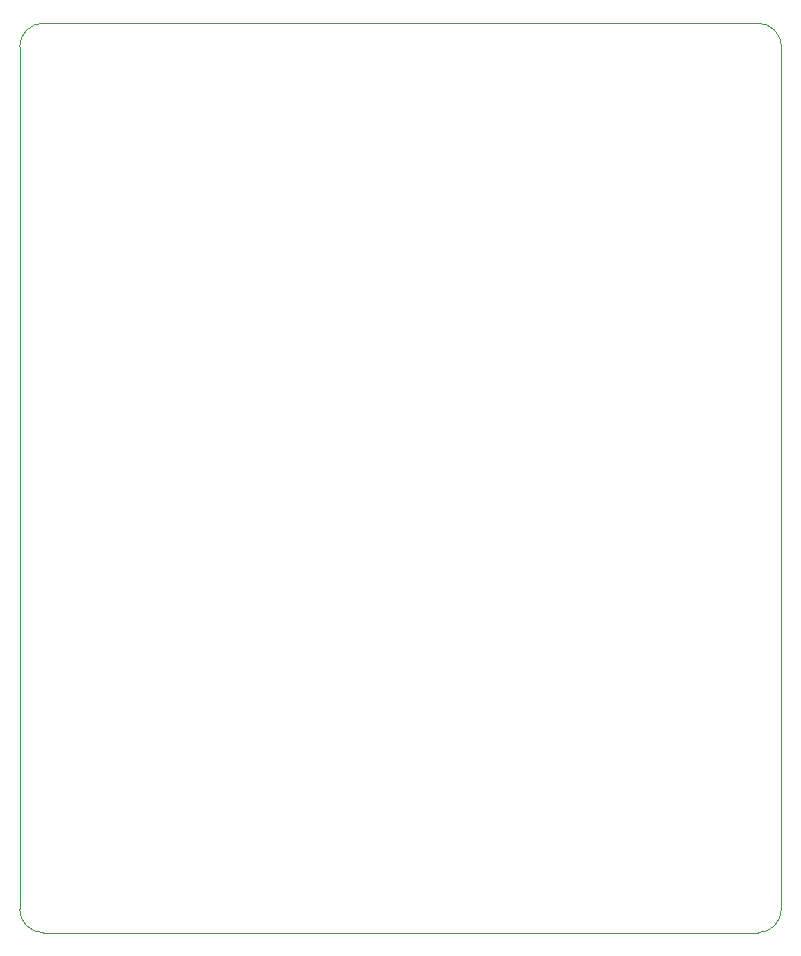
<source format=gbr>
%TF.GenerationSoftware,KiCad,Pcbnew,7.0.1*%
%TF.CreationDate,2023-12-25T01:16:19+01:00*%
%TF.ProjectId,BallBalancer,42616c6c-4261-46c6-916e-6365722e6b69,rev?*%
%TF.SameCoordinates,Original*%
%TF.FileFunction,Profile,NP*%
%FSLAX46Y46*%
G04 Gerber Fmt 4.6, Leading zero omitted, Abs format (unit mm)*
G04 Created by KiCad (PCBNEW 7.0.1) date 2023-12-25 01:16:19*
%MOMM*%
%LPD*%
G01*
G04 APERTURE LIST*
%TA.AperFunction,Profile*%
%ADD10C,0.100000*%
%TD*%
G04 APERTURE END LIST*
D10*
X84500000Y-58000000D02*
G75*
G03*
X82500000Y-60000000I0J-2000000D01*
G01*
X145000000Y-58000000D02*
X84500000Y-58000000D01*
X147000000Y-133000000D02*
X147000000Y-60000000D01*
X82500000Y-60000000D02*
X82500000Y-133000000D01*
X82500000Y-133000000D02*
G75*
G03*
X84500000Y-135000000I2000000J0D01*
G01*
X84500000Y-135000000D02*
X145000000Y-135000000D01*
X147000000Y-60000000D02*
G75*
G03*
X145000000Y-58000000I-2000000J0D01*
G01*
X145000000Y-135000000D02*
G75*
G03*
X147000000Y-133000000I0J2000000D01*
G01*
M02*

</source>
